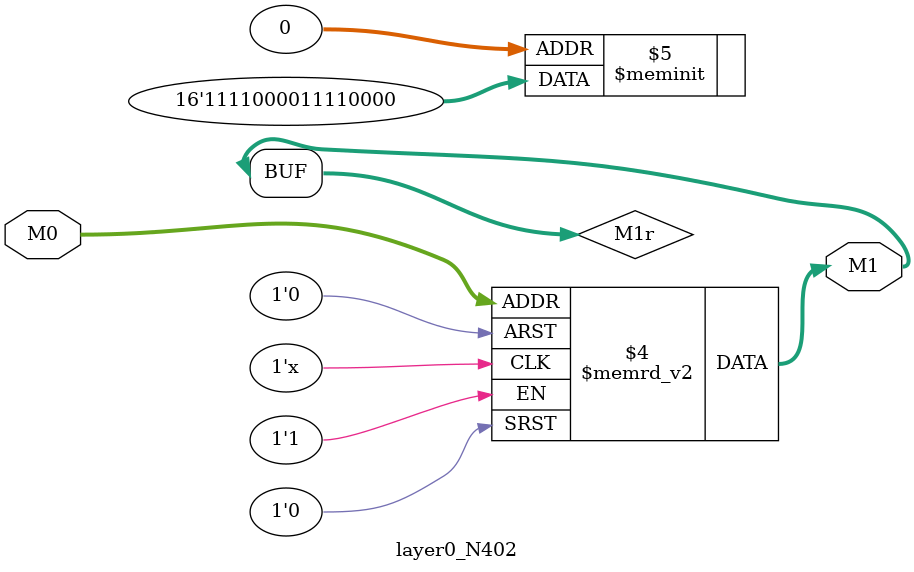
<source format=v>
module layer0_N402 ( input [2:0] M0, output [1:0] M1 );

	(*rom_style = "distributed" *) reg [1:0] M1r;
	assign M1 = M1r;
	always @ (M0) begin
		case (M0)
			3'b000: M1r = 2'b00;
			3'b100: M1r = 2'b00;
			3'b010: M1r = 2'b11;
			3'b110: M1r = 2'b11;
			3'b001: M1r = 2'b00;
			3'b101: M1r = 2'b00;
			3'b011: M1r = 2'b11;
			3'b111: M1r = 2'b11;

		endcase
	end
endmodule

</source>
